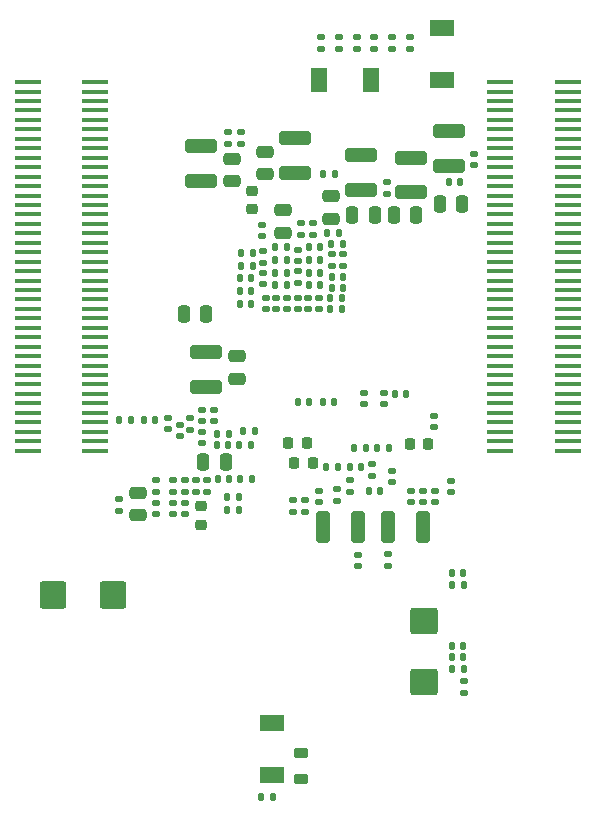
<source format=gbr>
%TF.GenerationSoftware,KiCad,Pcbnew,(6.0.0)*%
%TF.CreationDate,2022-04-21T06:05:03-07:00*%
%TF.ProjectId,ecp5u85-bse-usb,65637035-7538-4352-9d62-73652d757362,A*%
%TF.SameCoordinates,Original*%
%TF.FileFunction,Paste,Bot*%
%TF.FilePolarity,Positive*%
%FSLAX46Y46*%
G04 Gerber Fmt 4.6, Leading zero omitted, Abs format (unit mm)*
G04 Created by KiCad (PCBNEW (6.0.0)) date 2022-04-21 06:05:03*
%MOMM*%
%LPD*%
G01*
G04 APERTURE LIST*
G04 Aperture macros list*
%AMRoundRect*
0 Rectangle with rounded corners*
0 $1 Rounding radius*
0 $2 $3 $4 $5 $6 $7 $8 $9 X,Y pos of 4 corners*
0 Add a 4 corners polygon primitive as box body*
4,1,4,$2,$3,$4,$5,$6,$7,$8,$9,$2,$3,0*
0 Add four circle primitives for the rounded corners*
1,1,$1+$1,$2,$3*
1,1,$1+$1,$4,$5*
1,1,$1+$1,$6,$7*
1,1,$1+$1,$8,$9*
0 Add four rect primitives between the rounded corners*
20,1,$1+$1,$2,$3,$4,$5,0*
20,1,$1+$1,$4,$5,$6,$7,0*
20,1,$1+$1,$6,$7,$8,$9,0*
20,1,$1+$1,$8,$9,$2,$3,0*%
G04 Aperture macros list end*
%ADD10RoundRect,0.135000X-0.135000X-0.185000X0.135000X-0.185000X0.135000X0.185000X-0.135000X0.185000X0*%
%ADD11RoundRect,0.140000X0.140000X0.170000X-0.140000X0.170000X-0.140000X-0.170000X0.140000X-0.170000X0*%
%ADD12RoundRect,0.140000X0.170000X-0.140000X0.170000X0.140000X-0.170000X0.140000X-0.170000X-0.140000X0*%
%ADD13RoundRect,0.135000X0.185000X-0.135000X0.185000X0.135000X-0.185000X0.135000X-0.185000X-0.135000X0*%
%ADD14RoundRect,0.135000X0.135000X0.185000X-0.135000X0.185000X-0.135000X-0.185000X0.135000X-0.185000X0*%
%ADD15RoundRect,0.250000X0.475000X-0.250000X0.475000X0.250000X-0.475000X0.250000X-0.475000X-0.250000X0*%
%ADD16RoundRect,0.140000X-0.170000X0.140000X-0.170000X-0.140000X0.170000X-0.140000X0.170000X0.140000X0*%
%ADD17RoundRect,0.135000X-0.185000X0.135000X-0.185000X-0.135000X0.185000X-0.135000X0.185000X0.135000X0*%
%ADD18R,2.273000X0.410000*%
%ADD19RoundRect,0.225000X0.225000X0.250000X-0.225000X0.250000X-0.225000X-0.250000X0.225000X-0.250000X0*%
%ADD20RoundRect,0.250000X0.325000X1.100000X-0.325000X1.100000X-0.325000X-1.100000X0.325000X-1.100000X0*%
%ADD21RoundRect,0.250000X-0.475000X0.250000X-0.475000X-0.250000X0.475000X-0.250000X0.475000X0.250000X0*%
%ADD22RoundRect,0.140000X-0.140000X-0.170000X0.140000X-0.170000X0.140000X0.170000X-0.140000X0.170000X0*%
%ADD23RoundRect,0.147500X0.172500X-0.147500X0.172500X0.147500X-0.172500X0.147500X-0.172500X-0.147500X0*%
%ADD24RoundRect,0.225000X0.250000X-0.225000X0.250000X0.225000X-0.250000X0.225000X-0.250000X-0.225000X0*%
%ADD25RoundRect,0.250000X-0.250000X-0.475000X0.250000X-0.475000X0.250000X0.475000X-0.250000X0.475000X0*%
%ADD26RoundRect,0.147500X-0.172500X0.147500X-0.172500X-0.147500X0.172500X-0.147500X0.172500X0.147500X0*%
%ADD27R,2.100000X1.400000*%
%ADD28RoundRect,0.225000X-0.250000X0.225000X-0.250000X-0.225000X0.250000X-0.225000X0.250000X0.225000X0*%
%ADD29RoundRect,0.250000X-0.325000X-1.100000X0.325000X-1.100000X0.325000X1.100000X-0.325000X1.100000X0*%
%ADD30RoundRect,0.250000X1.100000X-0.325000X1.100000X0.325000X-1.100000X0.325000X-1.100000X-0.325000X0*%
%ADD31RoundRect,0.218750X0.381250X-0.218750X0.381250X0.218750X-0.381250X0.218750X-0.381250X-0.218750X0*%
%ADD32RoundRect,0.225000X-0.225000X-0.250000X0.225000X-0.250000X0.225000X0.250000X-0.225000X0.250000X0*%
%ADD33RoundRect,0.250000X-0.925000X0.875000X-0.925000X-0.875000X0.925000X-0.875000X0.925000X0.875000X0*%
%ADD34RoundRect,0.250000X-0.875000X-0.925000X0.875000X-0.925000X0.875000X0.925000X-0.875000X0.925000X0*%
%ADD35RoundRect,0.250000X0.250000X0.475000X-0.250000X0.475000X-0.250000X-0.475000X0.250000X-0.475000X0*%
%ADD36RoundRect,0.250000X-1.100000X0.325000X-1.100000X-0.325000X1.100000X-0.325000X1.100000X0.325000X0*%
%ADD37R,1.400000X2.100000*%
G04 APERTURE END LIST*
D10*
%TO.C,R29*%
X199982841Y-97769015D03*
X201002841Y-97769015D03*
%TD*%
D11*
%TO.C,C12*%
X211372841Y-94133000D03*
X210412841Y-94133000D03*
%TD*%
D12*
%TO.C,C43*%
X194022841Y-96253000D03*
X194022841Y-95293000D03*
%TD*%
%TO.C,C111*%
X206292841Y-74488000D03*
X206292841Y-73528000D03*
%TD*%
D13*
%TO.C,R13*%
X209492841Y-58793000D03*
X209492841Y-57773000D03*
%TD*%
D14*
%TO.C,R8*%
X203902841Y-122083000D03*
X202882841Y-122083000D03*
%TD*%
D12*
%TO.C,C107*%
X205092841Y-80788000D03*
X205092841Y-79828000D03*
%TD*%
D11*
%TO.C,C96*%
X202072841Y-79303000D03*
X201112841Y-79303000D03*
%TD*%
%TO.C,C131*%
X219992841Y-110283000D03*
X219032841Y-110283000D03*
%TD*%
D12*
%TO.C,C17*%
X211642841Y-88863000D03*
X211642841Y-87903000D03*
%TD*%
D15*
%TO.C,C110*%
X208792841Y-73133000D03*
X208792841Y-71233000D03*
%TD*%
D16*
%TO.C,C54*%
X195992841Y-90573000D03*
X195992841Y-91533000D03*
%TD*%
D12*
%TO.C,C101*%
X203092841Y-76863000D03*
X203092841Y-75903000D03*
%TD*%
D17*
%TO.C,R45*%
X201192841Y-65813000D03*
X201192841Y-66833000D03*
%TD*%
D11*
%TO.C,C100*%
X202172841Y-76083000D03*
X201212841Y-76083000D03*
%TD*%
D13*
%TO.C,R24*%
X210392841Y-96293000D03*
X210392841Y-95273000D03*
%TD*%
D11*
%TO.C,C36*%
X200102841Y-92273000D03*
X199142841Y-92273000D03*
%TD*%
D12*
%TO.C,C47*%
X195422841Y-96253000D03*
X195422841Y-95293000D03*
%TD*%
D18*
%TO.C,J2*%
X223129341Y-92783000D03*
X228856341Y-92783000D03*
X223129341Y-91983000D03*
X228856341Y-91983000D03*
X223129341Y-91183000D03*
X228856341Y-91183000D03*
X223129341Y-90383000D03*
X228856341Y-90383000D03*
X223129341Y-89583000D03*
X228856341Y-89583000D03*
X223129341Y-88783000D03*
X228856341Y-88783000D03*
X223129341Y-87983000D03*
X228856341Y-87983000D03*
X223129341Y-87183000D03*
X228856341Y-87183000D03*
X223129341Y-86383000D03*
X228856341Y-86383000D03*
X223129341Y-85583000D03*
X228856341Y-85583000D03*
X223129341Y-84783000D03*
X228856341Y-84783000D03*
X223129341Y-83983000D03*
X228856341Y-83983000D03*
X223129341Y-83183000D03*
X228856341Y-83183000D03*
X223129341Y-82383000D03*
X228856341Y-82383000D03*
X223129341Y-81583000D03*
X228856341Y-81583000D03*
X223129341Y-80783000D03*
X228856341Y-80783000D03*
X223129341Y-79983000D03*
X228856341Y-79983000D03*
X223129341Y-79183000D03*
X228856341Y-79183000D03*
X223129341Y-78383000D03*
X228856341Y-78383000D03*
X223129341Y-77583000D03*
X228856341Y-77583000D03*
X223129341Y-76783000D03*
X228856341Y-76783000D03*
X223129341Y-75983000D03*
X228856341Y-75983000D03*
X223129341Y-75183000D03*
X228856341Y-75183000D03*
X223129341Y-74383000D03*
X228856341Y-74383000D03*
X223129341Y-73583000D03*
X228856341Y-73583000D03*
X223129341Y-72783000D03*
X228856341Y-72783000D03*
X223129341Y-71983000D03*
X228856341Y-71983000D03*
X223129341Y-71183000D03*
X228856341Y-71183000D03*
X223129341Y-70383000D03*
X228856341Y-70383000D03*
X223129341Y-69583000D03*
X228856341Y-69583000D03*
X223129341Y-68783000D03*
X228856341Y-68783000D03*
X223129341Y-67983000D03*
X228856341Y-67983000D03*
X223129341Y-67183000D03*
X228856341Y-67183000D03*
X223129341Y-66383000D03*
X228856341Y-66383000D03*
X223129341Y-65583000D03*
X228856341Y-65583000D03*
X223129341Y-64783000D03*
X228856341Y-64783000D03*
X223129341Y-63983000D03*
X228856341Y-63983000D03*
X223129341Y-63183000D03*
X228856341Y-63183000D03*
X223129341Y-62383000D03*
X228856341Y-62383000D03*
X223129341Y-61583000D03*
X228856341Y-61583000D03*
%TD*%
D13*
%TO.C,R9*%
X213992841Y-58793000D03*
X213992841Y-57773000D03*
%TD*%
D19*
%TO.C,C30*%
X207267841Y-93833000D03*
X205717841Y-93833000D03*
%TD*%
D13*
%TO.C,R12*%
X210992841Y-58793000D03*
X210992841Y-57773000D03*
%TD*%
D20*
%TO.C,C7*%
X211117841Y-99283000D03*
X208167841Y-99283000D03*
%TD*%
D12*
%TO.C,C49*%
X196422841Y-96253000D03*
X196422841Y-95293000D03*
%TD*%
D21*
%TO.C,C41*%
X192492841Y-96333000D03*
X192492841Y-98233000D03*
%TD*%
D11*
%TO.C,C80*%
X207872841Y-75583000D03*
X206912841Y-75583000D03*
%TD*%
D16*
%TO.C,C35*%
X197892841Y-91173000D03*
X197892841Y-92133000D03*
%TD*%
%TO.C,C21*%
X218992841Y-95353000D03*
X218992841Y-96313000D03*
%TD*%
%TO.C,C15*%
X209342841Y-96053000D03*
X209342841Y-97013000D03*
%TD*%
D12*
%TO.C,C39*%
X198322841Y-96253000D03*
X198322841Y-95293000D03*
%TD*%
%TO.C,C112*%
X207292841Y-74488000D03*
X207292841Y-73528000D03*
%TD*%
D16*
%TO.C,C31*%
X212292841Y-93953000D03*
X212292841Y-94913000D03*
%TD*%
D12*
%TO.C,C65*%
X207842841Y-80793000D03*
X207842841Y-79833000D03*
%TD*%
D11*
%TO.C,C99*%
X202172841Y-77183000D03*
X201212841Y-77183000D03*
%TD*%
D16*
%TO.C,C53*%
X198872841Y-89343000D03*
X198872841Y-90303000D03*
%TD*%
D11*
%TO.C,C115*%
X209802841Y-75293000D03*
X208842841Y-75293000D03*
%TD*%
%TO.C,C72*%
X209842841Y-79033000D03*
X208882841Y-79033000D03*
%TD*%
%TO.C,C77*%
X207872841Y-77716332D03*
X206912841Y-77716332D03*
%TD*%
D22*
%TO.C,C69*%
X208762841Y-79903000D03*
X209722841Y-79903000D03*
%TD*%
D13*
%TO.C,R47*%
X213522841Y-71053000D03*
X213522841Y-70033000D03*
%TD*%
D22*
%TO.C,C42*%
X201142841Y-95173000D03*
X202102841Y-95173000D03*
%TD*%
D23*
%TO.C,L1*%
X211142841Y-102568000D03*
X211142841Y-101598000D03*
%TD*%
D24*
%TO.C,C88*%
X202122841Y-72358000D03*
X202122841Y-70808000D03*
%TD*%
D11*
%TO.C,C89*%
X209722841Y-80823000D03*
X208762841Y-80823000D03*
%TD*%
%TO.C,C95*%
X202072841Y-78183000D03*
X201112841Y-78183000D03*
%TD*%
D25*
%TO.C,C114*%
X210602841Y-72863000D03*
X212502841Y-72863000D03*
%TD*%
D22*
%TO.C,C3*%
X218782841Y-70023000D03*
X219742841Y-70023000D03*
%TD*%
D26*
%TO.C,L2*%
X213642841Y-101548000D03*
X213642841Y-102518000D03*
%TD*%
D16*
%TO.C,C55*%
X195032841Y-90023000D03*
X195032841Y-90983000D03*
%TD*%
%TO.C,C13*%
X213992841Y-94503000D03*
X213992841Y-95463000D03*
%TD*%
D11*
%TO.C,C129*%
X219992841Y-103173000D03*
X219032841Y-103173000D03*
%TD*%
D27*
%TO.C,D10*%
X203792841Y-115883000D03*
X203792841Y-120283000D03*
%TD*%
D21*
%TO.C,C106*%
X200862841Y-84813000D03*
X200862841Y-86713000D03*
%TD*%
D16*
%TO.C,C116*%
X208872841Y-76173000D03*
X208872841Y-77133000D03*
%TD*%
D28*
%TO.C,C40*%
X197822841Y-97498000D03*
X197822841Y-99048000D03*
%TD*%
D12*
%TO.C,C67*%
X206892841Y-80788000D03*
X206892841Y-79828000D03*
%TD*%
D11*
%TO.C,C45*%
X200202841Y-95173000D03*
X199242841Y-95173000D03*
%TD*%
D16*
%TO.C,C78*%
X206012841Y-75803000D03*
X206012841Y-76763000D03*
%TD*%
D11*
%TO.C,C92*%
X202072841Y-80383000D03*
X201112841Y-80383000D03*
%TD*%
D29*
%TO.C,C8*%
X213617841Y-99283000D03*
X216567841Y-99283000D03*
%TD*%
D11*
%TO.C,C27*%
X215172841Y-87983000D03*
X214212841Y-87983000D03*
%TD*%
D22*
%TO.C,C83*%
X204112841Y-78783000D03*
X205072841Y-78783000D03*
%TD*%
D14*
%TO.C,R28*%
X201002841Y-96673000D03*
X199982841Y-96673000D03*
%TD*%
D11*
%TO.C,C29*%
X209372841Y-94133000D03*
X208412841Y-94133000D03*
%TD*%
D30*
%TO.C,C97*%
X197802841Y-69948000D03*
X197802841Y-66998000D03*
%TD*%
D22*
%TO.C,C82*%
X204112841Y-75583000D03*
X205072841Y-75583000D03*
%TD*%
D14*
%TO.C,R27*%
X211802841Y-92583000D03*
X210782841Y-92583000D03*
%TD*%
D16*
%TO.C,C52*%
X197892841Y-89303000D03*
X197892841Y-90263000D03*
%TD*%
D30*
%TO.C,C63*%
X218842841Y-68658000D03*
X218842841Y-65708000D03*
%TD*%
D15*
%TO.C,C98*%
X200402841Y-69983000D03*
X200402841Y-68083000D03*
%TD*%
D11*
%TO.C,C84*%
X207872841Y-78783000D03*
X206912841Y-78783000D03*
%TD*%
D10*
%TO.C,R48*%
X208112841Y-69373000D03*
X209132841Y-69373000D03*
%TD*%
D11*
%TO.C,C57*%
X200152841Y-91363000D03*
X199192841Y-91363000D03*
%TD*%
D30*
%TO.C,C73*%
X205792841Y-69258000D03*
X205792841Y-66308000D03*
%TD*%
D31*
%TO.C,L4*%
X206292841Y-120545500D03*
X206292841Y-118420500D03*
%TD*%
D11*
%TO.C,C91*%
X209472841Y-74333000D03*
X208512841Y-74333000D03*
%TD*%
D22*
%TO.C,C32*%
X192982841Y-90173000D03*
X193942841Y-90173000D03*
%TD*%
D16*
%TO.C,C34*%
X196912841Y-90053000D03*
X196912841Y-91013000D03*
%TD*%
D12*
%TO.C,C38*%
X197422841Y-96253000D03*
X197422841Y-95293000D03*
%TD*%
D22*
%TO.C,C79*%
X204112841Y-76649666D03*
X205072841Y-76649666D03*
%TD*%
D16*
%TO.C,C9*%
X216592841Y-96193000D03*
X216592841Y-97153000D03*
%TD*%
D13*
%TO.C,R10*%
X215492841Y-58793000D03*
X215492841Y-57773000D03*
%TD*%
D14*
%TO.C,R49*%
X220042841Y-104163000D03*
X219022841Y-104163000D03*
%TD*%
D11*
%TO.C,C128*%
X219992841Y-109283000D03*
X219032841Y-109283000D03*
%TD*%
%TO.C,C20*%
X212972841Y-96183000D03*
X212012841Y-96183000D03*
%TD*%
D17*
%TO.C,R46*%
X200122841Y-65803000D03*
X200122841Y-66823000D03*
%TD*%
D32*
%TO.C,C19*%
X215517841Y-92253000D03*
X217067841Y-92253000D03*
%TD*%
D12*
%TO.C,C2*%
X220942841Y-68593000D03*
X220942841Y-67633000D03*
%TD*%
D33*
%TO.C,C71*%
X216692841Y-107233000D03*
X216692841Y-112333000D03*
%TD*%
D16*
%TO.C,C44*%
X196422841Y-97193000D03*
X196422841Y-98153000D03*
%TD*%
%TO.C,C90*%
X203002841Y-73663000D03*
X203002841Y-74623000D03*
%TD*%
D22*
%TO.C,C37*%
X201042841Y-92273000D03*
X202002841Y-92273000D03*
%TD*%
D11*
%TO.C,C33*%
X191842841Y-90163000D03*
X190882841Y-90163000D03*
%TD*%
D34*
%TO.C,C102*%
X185242841Y-104983000D03*
X190342841Y-104983000D03*
%TD*%
D16*
%TO.C,C48*%
X194022841Y-97193000D03*
X194022841Y-98153000D03*
%TD*%
D12*
%TO.C,C26*%
X213292841Y-88863000D03*
X213292841Y-87903000D03*
%TD*%
D23*
%TO.C,L3*%
X190892841Y-97868000D03*
X190892841Y-96898000D03*
%TD*%
D16*
%TO.C,C25*%
X215592841Y-96193000D03*
X215592841Y-97153000D03*
%TD*%
D12*
%TO.C,C94*%
X203092841Y-78663000D03*
X203092841Y-77703000D03*
%TD*%
D25*
%TO.C,C87*%
X214142841Y-72793000D03*
X216042841Y-72793000D03*
%TD*%
D13*
%TO.C,R23*%
X206642841Y-97943000D03*
X206642841Y-96923000D03*
%TD*%
D12*
%TO.C,C66*%
X205992841Y-80788000D03*
X205992841Y-79828000D03*
%TD*%
D35*
%TO.C,C93*%
X198272841Y-81223000D03*
X196372841Y-81223000D03*
%TD*%
D11*
%TO.C,C81*%
X207872841Y-76649666D03*
X206912841Y-76649666D03*
%TD*%
D12*
%TO.C,C109*%
X204192841Y-80788000D03*
X204192841Y-79828000D03*
%TD*%
D16*
%TO.C,C46*%
X195422841Y-97193000D03*
X195422841Y-98153000D03*
%TD*%
D11*
%TO.C,C11*%
X206980681Y-88683000D03*
X206020681Y-88683000D03*
%TD*%
D12*
%TO.C,C108*%
X203292841Y-80788000D03*
X203292841Y-79828000D03*
%TD*%
D16*
%TO.C,C14*%
X207792841Y-96173000D03*
X207792841Y-97133000D03*
%TD*%
D30*
%TO.C,C86*%
X215622841Y-70928000D03*
X215622841Y-67978000D03*
%TD*%
D12*
%TO.C,C76*%
X206022841Y-78563000D03*
X206022841Y-77603000D03*
%TD*%
D36*
%TO.C,C105*%
X198272841Y-84408000D03*
X198272841Y-87358000D03*
%TD*%
D22*
%TO.C,C85*%
X204112841Y-77716332D03*
X205072841Y-77716332D03*
%TD*%
D17*
%TO.C,R25*%
X205592841Y-96923000D03*
X205592841Y-97943000D03*
%TD*%
D15*
%TO.C,C75*%
X204742841Y-74333000D03*
X204742841Y-72433000D03*
%TD*%
D30*
%TO.C,C113*%
X211392841Y-70688000D03*
X211392841Y-67738000D03*
%TD*%
D25*
%TO.C,C64*%
X218022841Y-71933000D03*
X219922841Y-71933000D03*
%TD*%
D18*
%TO.C,J1*%
X183129341Y-92783000D03*
X188856341Y-92783000D03*
X183129341Y-91983000D03*
X188856341Y-91983000D03*
X183129341Y-91183000D03*
X188856341Y-91183000D03*
X183129341Y-90383000D03*
X188856341Y-90383000D03*
X183129341Y-89583000D03*
X188856341Y-89583000D03*
X183129341Y-88783000D03*
X188856341Y-88783000D03*
X183129341Y-87983000D03*
X188856341Y-87983000D03*
X183129341Y-87183000D03*
X188856341Y-87183000D03*
X183129341Y-86383000D03*
X188856341Y-86383000D03*
X183129341Y-85583000D03*
X188856341Y-85583000D03*
X183129341Y-84783000D03*
X188856341Y-84783000D03*
X183129341Y-83983000D03*
X188856341Y-83983000D03*
X183129341Y-83183000D03*
X188856341Y-83183000D03*
X183129341Y-82383000D03*
X188856341Y-82383000D03*
X183129341Y-81583000D03*
X188856341Y-81583000D03*
X183129341Y-80783000D03*
X188856341Y-80783000D03*
X183129341Y-79983000D03*
X188856341Y-79983000D03*
X183129341Y-79183000D03*
X188856341Y-79183000D03*
X183129341Y-78383000D03*
X188856341Y-78383000D03*
X183129341Y-77583000D03*
X188856341Y-77583000D03*
X183129341Y-76783000D03*
X188856341Y-76783000D03*
X183129341Y-75983000D03*
X188856341Y-75983000D03*
X183129341Y-75183000D03*
X188856341Y-75183000D03*
X183129341Y-74383000D03*
X188856341Y-74383000D03*
X183129341Y-73583000D03*
X188856341Y-73583000D03*
X183129341Y-72783000D03*
X188856341Y-72783000D03*
X183129341Y-71983000D03*
X188856341Y-71983000D03*
X183129341Y-71183000D03*
X188856341Y-71183000D03*
X183129341Y-70383000D03*
X188856341Y-70383000D03*
X183129341Y-69583000D03*
X188856341Y-69583000D03*
X183129341Y-68783000D03*
X188856341Y-68783000D03*
X183129341Y-67983000D03*
X188856341Y-67983000D03*
X183129341Y-67183000D03*
X188856341Y-67183000D03*
X183129341Y-66383000D03*
X188856341Y-66383000D03*
X183129341Y-65583000D03*
X188856341Y-65583000D03*
X183129341Y-64783000D03*
X188856341Y-64783000D03*
X183129341Y-63983000D03*
X188856341Y-63983000D03*
X183129341Y-63183000D03*
X188856341Y-63183000D03*
X183129341Y-62383000D03*
X188856341Y-62383000D03*
X183129341Y-61583000D03*
X188856341Y-61583000D03*
%TD*%
D16*
%TO.C,C24*%
X217592841Y-96193000D03*
X217592841Y-97153000D03*
%TD*%
D11*
%TO.C,C10*%
X209072841Y-88683000D03*
X208112841Y-88683000D03*
%TD*%
D12*
%TO.C,C118*%
X220092841Y-113263000D03*
X220092841Y-112303000D03*
%TD*%
D14*
%TO.C,R42*%
X220042841Y-111283000D03*
X219022841Y-111283000D03*
%TD*%
D16*
%TO.C,C117*%
X209822841Y-76153000D03*
X209822841Y-77113000D03*
%TD*%
D15*
%TO.C,C74*%
X203217841Y-69383000D03*
X203217841Y-67483000D03*
%TD*%
D13*
%TO.C,R11*%
X212492841Y-58793000D03*
X212492841Y-57773000D03*
%TD*%
D10*
%TO.C,R26*%
X212682841Y-92583000D03*
X213702841Y-92583000D03*
%TD*%
D13*
%TO.C,R14*%
X207992841Y-58793000D03*
X207992841Y-57773000D03*
%TD*%
D11*
%TO.C,C70*%
X209842841Y-78073000D03*
X208882841Y-78073000D03*
%TD*%
D37*
%TO.C,D8*%
X212232841Y-61443000D03*
X207832841Y-61443000D03*
%TD*%
D35*
%TO.C,C51*%
X199892841Y-93713000D03*
X197992841Y-93713000D03*
%TD*%
D16*
%TO.C,C16*%
X217552841Y-89853000D03*
X217552841Y-90813000D03*
%TD*%
D19*
%TO.C,C18*%
X206767841Y-92133000D03*
X205217841Y-92133000D03*
%TD*%
D27*
%TO.C,D9*%
X218200000Y-56975000D03*
X218200000Y-61375000D03*
%TD*%
D22*
%TO.C,C56*%
X201382841Y-91113000D03*
X202342841Y-91113000D03*
%TD*%
M02*

</source>
